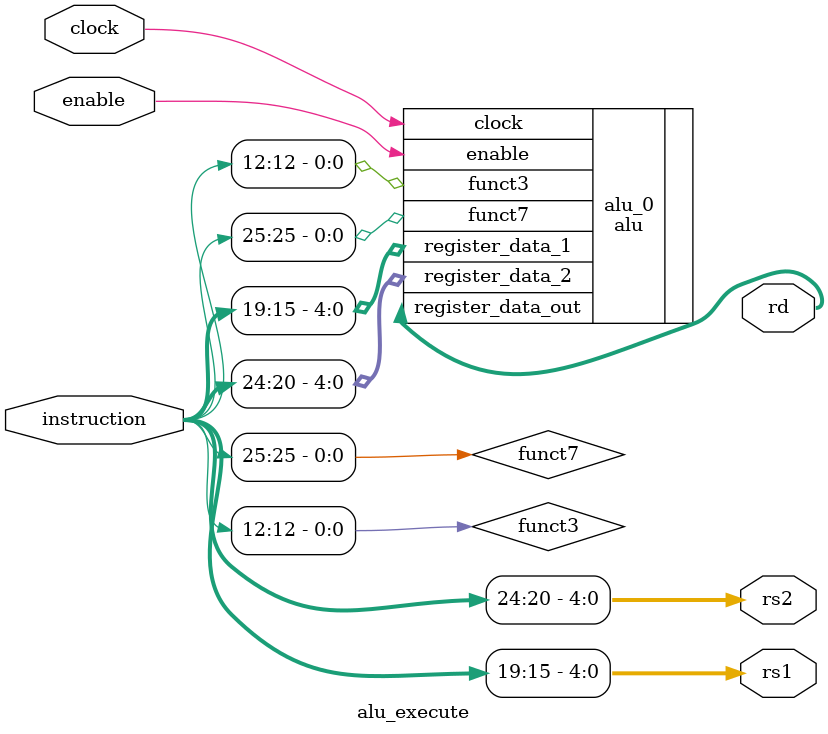
<source format=v>
module alu_execute(
   input clock,
   input enable,
   input [31:0] instruction,
   output [4:0] rs1,
   output [4:0] rs2,
   output [4:0] rd
);

// split instruction into fields
// source: https://github.com/jameslzhu/riscv-card/blob/master/riscv-card.pdf
// core instructions format for R type
assign funct3 = instruction[14:12];
assign funct7 = instruction[31:25];
assign rs1    = instruction[19:15];
assign rs2    = instruction[24:20];

// connect alu

alu alu_0(
   .clock(clock),
   .enable(enable), 
   .funct3(funct3),
   .funct7(funct7),
   .register_data_1(rs1),
   .register_data_2(rs2),
   .register_data_out(rd)
);
endmodule


</source>
